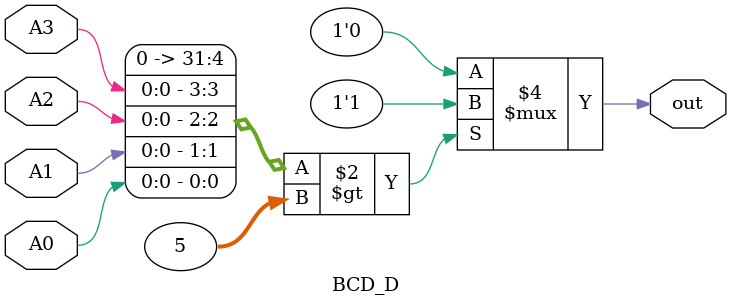
<source format=v>
`timescale 1ns / 1ps
module BCD_D(A3, A2, A1, A0, out
    );
	 input A3, A2, A1, A0;
	 output reg out;
	 always @(*)
	 begin
		if({A3, A2, A1, A0}>5)
			out = 1;
		else
			out = 0;
	 end


endmodule

</source>
